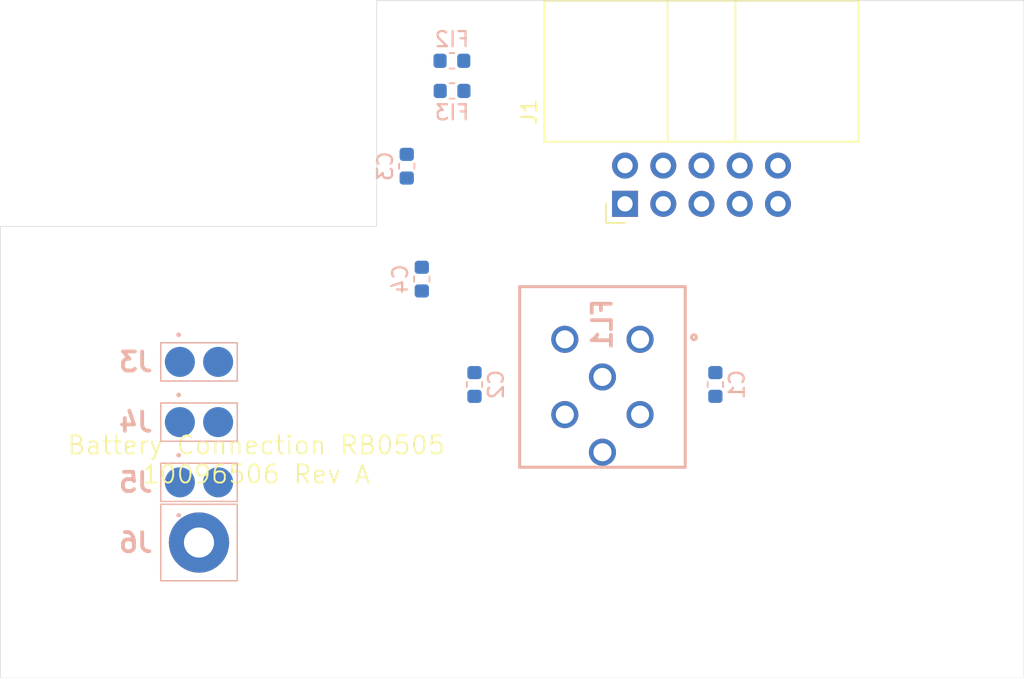
<source format=kicad_pcb>
(kicad_pcb (version 20171130) (host pcbnew "(5.1.5)-3")

  (general
    (thickness 1.6002)
    (drawings 7)
    (tracks 0)
    (zones 0)
    (modules 12)
    (nets 9)
  )

  (page USLetter)
  (title_block
    (rev 1)
  )

  (layers
    (0 Front signal)
    (1 In1.Cu signal)
    (2 In2.Cu signal)
    (31 Back signal)
    (34 B.Paste user hide)
    (35 F.Paste user hide)
    (36 B.SilkS user)
    (37 F.SilkS user)
    (38 B.Mask user)
    (39 F.Mask user)
    (44 Edge.Cuts user)
    (45 Margin user)
    (46 B.CrtYd user hide)
    (47 F.CrtYd user hide)
    (49 F.Fab user hide)
  )

  (setup
    (last_trace_width 0.254)
    (user_trace_width 0.127)
    (user_trace_width 0.254)
    (user_trace_width 0.508)
    (user_trace_width 0.762)
    (trace_clearance 0.1524)
    (zone_clearance 0.508)
    (zone_45_only no)
    (trace_min 0.127)
    (via_size 0.6858)
    (via_drill 0.3302)
    (via_min_size 0.4572)
    (via_min_drill 0.254)
    (user_via 0.6858 0.3302)
    (user_via 0.889 0.381)
    (uvia_size 0.6858)
    (uvia_drill 0.3302)
    (uvias_allowed no)
    (uvia_min_size 0)
    (uvia_min_drill 0)
    (edge_width 0.0381)
    (segment_width 0.254)
    (pcb_text_width 0.3048)
    (pcb_text_size 1.524 1.524)
    (mod_edge_width 0.127)
    (mod_text_size 0.762 0.762)
    (mod_text_width 0.127)
    (pad_size 2 2)
    (pad_drill 1)
    (pad_to_mask_clearance 0)
    (solder_mask_min_width 0.1016)
    (aux_axis_origin 95.5 124)
    (grid_origin 95.5 124)
    (visible_elements 7FFFFFFF)
    (pcbplotparams
      (layerselection 0x010fc_ffffffff)
      (usegerberextensions false)
      (usegerberattributes false)
      (usegerberadvancedattributes false)
      (creategerberjobfile false)
      (excludeedgelayer true)
      (linewidth 0.152400)
      (plotframeref false)
      (viasonmask false)
      (mode 1)
      (useauxorigin false)
      (hpglpennumber 1)
      (hpglpenspeed 20)
      (hpglpendiameter 15.000000)
      (psnegative false)
      (psa4output false)
      (plotreference true)
      (plotvalue false)
      (plotinvisibletext false)
      (padsonsilk false)
      (subtractmaskfromsilk true)
      (outputformat 1)
      (mirror false)
      (drillshape 0)
      (scaleselection 1)
      (outputdirectory "./gerbers"))
  )

  (net 0 "")
  (net 1 "Net-(C1-Pad2)")
  (net 2 "Net-(C1-Pad1)")
  (net 3 "Net-(C2-Pad2)")
  (net 4 "Net-(C2-Pad1)")
  (net 5 "Net-(C3-Pad1)")
  (net 6 "Net-(C4-Pad1)")
  (net 7 "Net-(FI2-Pad1)")
  (net 8 "Net-(FI3-Pad2)")

  (net_class Default "This is the default net class."
    (clearance 0.1524)
    (trace_width 0.254)
    (via_dia 0.6858)
    (via_drill 0.3302)
    (uvia_dia 0.6858)
    (uvia_drill 0.3302)
    (diff_pair_width 0.1524)
    (diff_pair_gap 0.254)
    (add_net "Net-(C1-Pad1)")
    (add_net "Net-(C1-Pad2)")
    (add_net "Net-(C2-Pad1)")
    (add_net "Net-(C2-Pad2)")
    (add_net "Net-(C3-Pad1)")
    (add_net "Net-(C4-Pad1)")
    (add_net "Net-(FI2-Pad1)")
    (add_net "Net-(FI3-Pad2)")
  )

  (module myParts:GKS-913-Z (layer Back) (tedit 5E880F7F) (tstamp 5E87E151)
    (at 108.7 115)
    (descr 811-S1-002-30-014101-2)
    (tags Connector)
    (path /5E88807B)
    (attr smd)
    (fp_text reference J6 (at -4.2 0) (layer B.SilkS)
      (effects (font (size 1.27 1.27) (thickness 0.254)) (justify mirror))
    )
    (fp_text value GND (at 0 -0.29) (layer B.SilkS) hide
      (effects (font (size 1.27 1.27) (thickness 0.254)) (justify mirror))
    )
    (fp_arc (start -1.35 -1.8) (end -1.4 -1.8) (angle 180) (layer B.SilkS) (width 0.2))
    (fp_arc (start -1.35 -1.8) (end -1.4 -1.8) (angle 180) (layer B.SilkS) (width 0.2))
    (fp_line (start -1.4 -1.8) (end -1.4 -1.8) (layer B.SilkS) (width 0.2))
    (fp_line (start -1.3 -1.8) (end -1.3 -1.8) (layer B.SilkS) (width 0.2))
    (fp_line (start -1.4 -1.8) (end -1.4 -1.8) (layer B.SilkS) (width 0.2))
    (fp_line (start -2.54 -2.54) (end -2.54 2.54) (layer B.SilkS) (width 0.1))
    (fp_line (start 2.54 -2.54) (end -2.54 -2.54) (layer B.SilkS) (width 0.1))
    (fp_line (start 2.54 2.54) (end 2.54 -2.54) (layer B.SilkS) (width 0.1))
    (fp_line (start -2.54 2.54) (end 2.54 2.54) (layer B.SilkS) (width 0.1))
    (fp_line (start 0 -1.27) (end 0 1.27) (layer B.Fab) (width 0.2))
    (fp_text user %R (at 0 -0.29) (layer B.Fab)
      (effects (font (size 1.27 1.27) (thickness 0.254)) (justify mirror))
    )
    (pad 1 thru_hole circle (at 0 0 270) (size 4 4) (drill 2) (layers *.Cu *.Mask)
      (net 3 "Net-(C2-Pad2)"))
    (model ${KIPRJMOD}/myParts/myparts.3dshapes/GKS-913-Z.step
      (offset (xyz 0 0 -5))
      (scale (xyz 1 1 1))
      (rotate (xyz 0 0 0))
    )
  )

  (module myParts:811S100230014101 (layer Back) (tedit 5E881DBD) (tstamp 5E87E187)
    (at 108.7 103)
    (descr 811-S1-002-30-014101-2)
    (tags Connector)
    (path /5E873E31)
    (attr smd)
    (fp_text reference J3 (at -4.2 0) (layer B.SilkS)
      (effects (font (size 1.27 1.27) (thickness 0.254)) (justify mirror))
    )
    (fp_text value + (at 3.5 0) (layer B.SilkS) hide
      (effects (font (size 1.27 1.27) (thickness 0.254)) (justify mirror))
    )
    (fp_arc (start -1.35 -1.8) (end -1.4 -1.8) (angle 180) (layer B.SilkS) (width 0.2))
    (fp_arc (start -1.35 -1.8) (end -1.3 -1.8) (angle 180) (layer B.SilkS) (width 0.2))
    (fp_arc (start -1.35 -1.8) (end -1.4 -1.8) (angle 180) (layer B.SilkS) (width 0.2))
    (fp_line (start -1.4 -1.8) (end -1.4 -1.8) (layer B.SilkS) (width 0.2))
    (fp_line (start -1.3 -1.8) (end -1.3 -1.8) (layer B.SilkS) (width 0.2))
    (fp_line (start -1.4 -1.8) (end -1.4 -1.8) (layer B.SilkS) (width 0.2))
    (fp_line (start -3.54 -2.85) (end -3.54 2.27) (layer B.CrtYd) (width 0.1))
    (fp_line (start 3.54 -2.85) (end -3.54 -2.85) (layer B.CrtYd) (width 0.1))
    (fp_line (start 3.54 2.27) (end 3.54 -2.85) (layer B.CrtYd) (width 0.1))
    (fp_line (start -3.54 2.27) (end 3.54 2.27) (layer B.CrtYd) (width 0.1))
    (fp_line (start -2.54 -1.27) (end -2.54 1.27) (layer B.SilkS) (width 0.1))
    (fp_line (start 2.54 -1.27) (end -2.54 -1.27) (layer B.SilkS) (width 0.1))
    (fp_line (start 2.54 1.27) (end 2.54 -1.27) (layer B.SilkS) (width 0.1))
    (fp_line (start -2.54 1.27) (end 2.54 1.27) (layer B.SilkS) (width 0.1))
    (fp_line (start -2.54 1.27) (end -2.54 -1.27) (layer B.Fab) (width 0.2))
    (fp_line (start 2.54 1.27) (end -2.54 1.27) (layer B.Fab) (width 0.2))
    (fp_line (start 2.54 -1.27) (end 2.54 1.27) (layer B.Fab) (width 0.2))
    (fp_line (start -2.54 -1.27) (end 2.54 -1.27) (layer B.Fab) (width 0.2))
    (fp_text user %R (at 0 -0.29) (layer B.Fab)
      (effects (font (size 1.27 1.27) (thickness 0.254)) (justify mirror))
    )
    (pad 2 smd circle (at 1.27 0 270) (size 2 2) (layers Back B.Paste B.Mask)
      (net 4 "Net-(C2-Pad1)"))
    (pad 1 smd circle (at -1.27 0 270) (size 2 2) (layers Back B.Paste B.Mask)
      (net 4 "Net-(C2-Pad1)"))
    (model ${KIPRJMOD}/myParts/myparts.3dshapes/811-S1-NNN.step
      (at (xyz 0 0 0))
      (scale (xyz 1 1 1))
      (rotate (xyz 0 0 0))
    )
  )

  (module myParts:BNX002-01 (layer Back) (tedit 0) (tstamp 5E87A9CC)
    (at 135.5 104 270)
    (descr BNX002-01)
    (tags Filter)
    (path /5E8913D9)
    (fp_text reference FL1 (at -3.5 0.0126 270) (layer B.SilkS)
      (effects (font (size 1.27 1.27) (thickness 0.254)) (justify mirror))
    )
    (fp_text value BNX002-01 (at -0.30362 0.0126 270) (layer B.SilkS) hide
      (effects (font (size 1.27 1.27) (thickness 0.254)) (justify mirror))
    )
    (fp_circle (center -2.64 -6.079) (end -2.64 -6.14123) (layer B.SilkS) (width 0.2))
    (fp_line (start 6 -5.5) (end -6 -5.5) (layer B.SilkS) (width 0.2))
    (fp_line (start 6 5.5) (end 6 -5.5) (layer B.SilkS) (width 0.2))
    (fp_line (start -6 5.5) (end 6 5.5) (layer B.SilkS) (width 0.2))
    (fp_line (start -6 -5.5) (end -6 5.5) (layer B.SilkS) (width 0.2))
    (fp_line (start -6 -5.5) (end -6 5.5) (layer B.Fab) (width 0.2))
    (fp_line (start 6 -5.5) (end -6 -5.5) (layer B.Fab) (width 0.2))
    (fp_line (start 6 5.5) (end 6 -5.5) (layer B.Fab) (width 0.2))
    (fp_line (start -6 5.5) (end 6 5.5) (layer B.Fab) (width 0.2))
    (fp_text user %R (at -0.30362 0.0126 270) (layer B.Fab)
      (effects (font (size 1.27 1.27) (thickness 0.254)) (justify mirror))
    )
    (pad 6 thru_hole circle (at 5 0 270) (size 1.8 1.8) (drill 1.2) (layers *.Cu *.Mask)
      (net 3 "Net-(C2-Pad2)"))
    (pad 5 thru_hole circle (at 2.5 2.5 270) (size 1.8 1.8) (drill 1.2) (layers *.Cu *.Mask)
      (net 2 "Net-(C1-Pad1)"))
    (pad 4 thru_hole circle (at 2.5 -2.5 270) (size 1.8 1.8) (drill 1.2) (layers *.Cu *.Mask)
      (net 4 "Net-(C2-Pad1)"))
    (pad 3 thru_hole circle (at 0 0 270) (size 1.8 1.8) (drill 1.2) (layers *.Cu *.Mask)
      (net 3 "Net-(C2-Pad2)"))
    (pad 2 thru_hole circle (at -2.5 2.5 270) (size 1.8 1.8) (drill 1.2) (layers *.Cu *.Mask)
      (net 1 "Net-(C1-Pad2)"))
    (pad 1 thru_hole circle (at -2.5 -2.5 270) (size 1.8 1.8) (drill 1.2) (layers *.Cu *.Mask)
      (net 3 "Net-(C2-Pad2)"))
  )

  (module myParts:811S100230014101 (layer Back) (tedit 5E881DBD) (tstamp 5E87E1CF)
    (at 108.7 111)
    (descr 811-S1-002-30-014101-2)
    (tags Connector)
    (path /5E8785F1)
    (attr smd)
    (fp_text reference J5 (at -4.2 0) (layer B.SilkS)
      (effects (font (size 1.27 1.27) (thickness 0.254)) (justify mirror))
    )
    (fp_text value T (at 3.8 0) (layer B.SilkS) hide
      (effects (font (size 1.27 1.27) (thickness 0.254)) (justify mirror))
    )
    (fp_arc (start -1.35 -1.8) (end -1.4 -1.8) (angle 180) (layer B.SilkS) (width 0.2))
    (fp_arc (start -1.35 -1.8) (end -1.3 -1.8) (angle 180) (layer B.SilkS) (width 0.2))
    (fp_arc (start -1.35 -1.8) (end -1.4 -1.8) (angle 180) (layer B.SilkS) (width 0.2))
    (fp_line (start -1.4 -1.8) (end -1.4 -1.8) (layer B.SilkS) (width 0.2))
    (fp_line (start -1.3 -1.8) (end -1.3 -1.8) (layer B.SilkS) (width 0.2))
    (fp_line (start -1.4 -1.8) (end -1.4 -1.8) (layer B.SilkS) (width 0.2))
    (fp_line (start -3.54 -2.85) (end -3.54 2.27) (layer B.CrtYd) (width 0.1))
    (fp_line (start 3.54 -2.85) (end -3.54 -2.85) (layer B.CrtYd) (width 0.1))
    (fp_line (start 3.54 2.27) (end 3.54 -2.85) (layer B.CrtYd) (width 0.1))
    (fp_line (start -3.54 2.27) (end 3.54 2.27) (layer B.CrtYd) (width 0.1))
    (fp_line (start -2.54 -1.27) (end -2.54 1.27) (layer B.SilkS) (width 0.1))
    (fp_line (start 2.54 -1.27) (end -2.54 -1.27) (layer B.SilkS) (width 0.1))
    (fp_line (start 2.54 1.27) (end 2.54 -1.27) (layer B.SilkS) (width 0.1))
    (fp_line (start -2.54 1.27) (end 2.54 1.27) (layer B.SilkS) (width 0.1))
    (fp_line (start -2.54 1.27) (end -2.54 -1.27) (layer B.Fab) (width 0.2))
    (fp_line (start 2.54 1.27) (end -2.54 1.27) (layer B.Fab) (width 0.2))
    (fp_line (start 2.54 -1.27) (end 2.54 1.27) (layer B.Fab) (width 0.2))
    (fp_line (start -2.54 -1.27) (end 2.54 -1.27) (layer B.Fab) (width 0.2))
    (fp_text user %R (at 0 -0.29) (layer B.Fab)
      (effects (font (size 1.27 1.27) (thickness 0.254)) (justify mirror))
    )
    (pad 2 smd circle (at 1.27 0 270) (size 2 2) (layers Back B.Paste B.Mask)
      (net 6 "Net-(C4-Pad1)"))
    (pad 1 smd circle (at -1.27 0 270) (size 2 2) (layers Back B.Paste B.Mask)
      (net 6 "Net-(C4-Pad1)"))
    (model ${KIPRJMOD}/myParts/myparts.3dshapes/811-S1-NNN.step
      (at (xyz 0 0 0))
      (scale (xyz 1 1 1))
      (rotate (xyz 0 0 0))
    )
  )

  (module myParts:811S100230014101 (layer Back) (tedit 5E881DBD) (tstamp 5E87E43B)
    (at 108.7 107)
    (descr 811-S1-002-30-014101-2)
    (tags Connector)
    (path /5E8778EF)
    (attr smd)
    (fp_text reference J4 (at -4.2 0) (layer B.SilkS)
      (effects (font (size 1.27 1.27) (thickness 0.254)) (justify mirror))
    )
    (fp_text value BAT_EEPROM (at 7.8 0) (layer B.SilkS) hide
      (effects (font (size 1.27 1) (thickness 0.25)) (justify mirror))
    )
    (fp_arc (start -1.35 -1.8) (end -1.4 -1.8) (angle 180) (layer B.SilkS) (width 0.2))
    (fp_arc (start -1.35 -1.8) (end -1.3 -1.8) (angle 180) (layer B.SilkS) (width 0.2))
    (fp_arc (start -1.35 -1.8) (end -1.4 -1.8) (angle 180) (layer B.SilkS) (width 0.2))
    (fp_line (start -1.4 -1.8) (end -1.4 -1.8) (layer B.SilkS) (width 0.2))
    (fp_line (start -1.3 -1.8) (end -1.3 -1.8) (layer B.SilkS) (width 0.2))
    (fp_line (start -1.4 -1.8) (end -1.4 -1.8) (layer B.SilkS) (width 0.2))
    (fp_line (start -3.54 -2.85) (end -3.54 2.27) (layer B.CrtYd) (width 0.1))
    (fp_line (start 3.54 -2.85) (end -3.54 -2.85) (layer B.CrtYd) (width 0.1))
    (fp_line (start 3.54 2.27) (end 3.54 -2.85) (layer B.CrtYd) (width 0.1))
    (fp_line (start -3.54 2.27) (end 3.54 2.27) (layer B.CrtYd) (width 0.1))
    (fp_line (start -2.54 -1.27) (end -2.54 1.27) (layer B.SilkS) (width 0.1))
    (fp_line (start 2.54 -1.27) (end -2.54 -1.27) (layer B.SilkS) (width 0.1))
    (fp_line (start 2.54 1.27) (end 2.54 -1.27) (layer B.SilkS) (width 0.1))
    (fp_line (start -2.54 1.27) (end 2.54 1.27) (layer B.SilkS) (width 0.1))
    (fp_line (start -2.54 1.27) (end -2.54 -1.27) (layer B.Fab) (width 0.2))
    (fp_line (start 2.54 1.27) (end -2.54 1.27) (layer B.Fab) (width 0.2))
    (fp_line (start 2.54 -1.27) (end 2.54 1.27) (layer B.Fab) (width 0.2))
    (fp_line (start -2.54 -1.27) (end 2.54 -1.27) (layer B.Fab) (width 0.2))
    (fp_text user %R (at 0 -0.29) (layer B.Fab)
      (effects (font (size 1.27 1.27) (thickness 0.254)) (justify mirror))
    )
    (pad 2 smd circle (at 1.27 0 270) (size 2 2) (layers Back B.Paste B.Mask)
      (net 5 "Net-(C3-Pad1)"))
    (pad 1 smd circle (at -1.27 0 270) (size 2 2) (layers Back B.Paste B.Mask)
      (net 5 "Net-(C3-Pad1)"))
    (model ${KIPRJMOD}/myParts/myparts.3dshapes/811-S1-NNN.step
      (at (xyz 0 0 0))
      (scale (xyz 1 1 1))
      (rotate (xyz 0 0 0))
    )
  )

  (module Connector_IDC:IDC-Header_2x05_P2.54mm_Horizontal (layer Front) (tedit 59DE1F47) (tstamp 5E86E475)
    (at 137 92.5 90)
    (descr "Through hole angled IDC box header, 2x05, 2.54mm pitch, double rows")
    (tags "Through hole IDC box header THT 2x05 2.54mm double row")
    (path /5E873E41)
    (fp_text reference J1 (at 6.105 -6.35 90) (layer F.SilkS)
      (effects (font (size 1 1) (thickness 0.15)))
    )
    (fp_text value Conn_02x05_Odd_Even (at 6.105 16.51 90) (layer F.Fab)
      (effects (font (size 1 1) (thickness 0.15)))
    )
    (fp_line (start 13.48 15.51) (end -1.12 15.51) (layer F.CrtYd) (width 0.05))
    (fp_line (start 13.48 -5.35) (end 13.48 15.51) (layer F.CrtYd) (width 0.05))
    (fp_line (start -1.12 15.51) (end -1.12 -5.35) (layer F.CrtYd) (width 0.05))
    (fp_line (start -1.12 -5.35) (end 13.48 -5.35) (layer F.CrtYd) (width 0.05))
    (fp_line (start 4.13 7.33) (end 13.48 7.33) (layer F.SilkS) (width 0.12))
    (fp_line (start 4.13 2.83) (end 13.48 2.83) (layer F.SilkS) (width 0.12))
    (fp_line (start 4.13 15.51) (end 4.13 -5.35) (layer F.SilkS) (width 0.12))
    (fp_line (start 4.13 15.51) (end 13.48 15.51) (layer F.SilkS) (width 0.12))
    (fp_line (start 4.13 -5.35) (end 13.48 -5.35) (layer F.SilkS) (width 0.12))
    (fp_line (start 13.48 -5.35) (end 13.48 15.51) (layer F.SilkS) (width 0.12))
    (fp_line (start 0 -1.27) (end -1.27 -1.27) (layer F.SilkS) (width 0.12))
    (fp_line (start -1.27 -1.27) (end -1.27 0) (layer F.SilkS) (width 0.12))
    (fp_line (start 5.38 -5.1) (end 13.23 -5.1) (layer F.Fab) (width 0.1))
    (fp_line (start 4.38 9.84) (end -0.32 9.84) (layer F.Fab) (width 0.1))
    (fp_line (start 4.38 7.33) (end 13.23 7.33) (layer F.Fab) (width 0.1))
    (fp_line (start 4.38 7.3) (end -0.32 7.3) (layer F.Fab) (width 0.1))
    (fp_line (start 4.38 4.76) (end -0.32 4.76) (layer F.Fab) (width 0.1))
    (fp_line (start 4.38 2.83) (end 13.23 2.83) (layer F.Fab) (width 0.1))
    (fp_line (start 4.38 2.22) (end -0.32 2.22) (layer F.Fab) (width 0.1))
    (fp_line (start 4.38 15.26) (end 4.38 -4.1) (layer F.Fab) (width 0.1))
    (fp_line (start 4.38 15.26) (end 13.23 15.26) (layer F.Fab) (width 0.1))
    (fp_line (start 4.38 -4.1) (end 5.38 -5.1) (layer F.Fab) (width 0.1))
    (fp_line (start 4.38 -0.32) (end -0.32 -0.32) (layer F.Fab) (width 0.1))
    (fp_line (start 13.23 15.26) (end 13.23 -5.1) (layer F.Fab) (width 0.1))
    (fp_line (start -0.32 9.84) (end -0.32 10.48) (layer F.Fab) (width 0.1))
    (fp_line (start -0.32 7.94) (end 4.38 7.94) (layer F.Fab) (width 0.1))
    (fp_line (start -0.32 7.3) (end -0.32 7.94) (layer F.Fab) (width 0.1))
    (fp_line (start -0.32 5.4) (end 4.38 5.4) (layer F.Fab) (width 0.1))
    (fp_line (start -0.32 4.76) (end -0.32 5.4) (layer F.Fab) (width 0.1))
    (fp_line (start -0.32 2.86) (end 4.38 2.86) (layer F.Fab) (width 0.1))
    (fp_line (start -0.32 2.22) (end -0.32 2.86) (layer F.Fab) (width 0.1))
    (fp_line (start -0.32 10.48) (end 4.38 10.48) (layer F.Fab) (width 0.1))
    (fp_line (start -0.32 0.32) (end 4.38 0.32) (layer F.Fab) (width 0.1))
    (fp_line (start -0.32 -0.32) (end -0.32 0.32) (layer F.Fab) (width 0.1))
    (fp_text user %R (at 8.805 5.08) (layer F.Fab)
      (effects (font (size 1 1) (thickness 0.15)))
    )
    (pad 10 thru_hole oval (at 2.54 10.16 90) (size 1.7272 1.7272) (drill 1.016) (layers *.Cu *.Mask)
      (net 2 "Net-(C1-Pad1)"))
    (pad 9 thru_hole oval (at 0 10.16 90) (size 1.7272 1.7272) (drill 1.016) (layers *.Cu *.Mask)
      (net 2 "Net-(C1-Pad1)"))
    (pad 8 thru_hole oval (at 2.54 7.62 90) (size 1.7272 1.7272) (drill 1.016) (layers *.Cu *.Mask)
      (net 2 "Net-(C1-Pad1)"))
    (pad 7 thru_hole oval (at 0 7.62 90) (size 1.7272 1.7272) (drill 1.016) (layers *.Cu *.Mask)
      (net 2 "Net-(C1-Pad1)"))
    (pad 6 thru_hole oval (at 2.54 5.08 90) (size 1.7272 1.7272) (drill 1.016) (layers *.Cu *.Mask)
      (net 7 "Net-(FI2-Pad1)"))
    (pad 5 thru_hole oval (at 0 5.08 90) (size 1.7272 1.7272) (drill 1.016) (layers *.Cu *.Mask)
      (net 8 "Net-(FI3-Pad2)"))
    (pad 4 thru_hole oval (at 2.54 2.54 90) (size 1.7272 1.7272) (drill 1.016) (layers *.Cu *.Mask)
      (net 1 "Net-(C1-Pad2)"))
    (pad 3 thru_hole oval (at 0 2.54 90) (size 1.7272 1.7272) (drill 1.016) (layers *.Cu *.Mask)
      (net 1 "Net-(C1-Pad2)"))
    (pad 2 thru_hole oval (at 2.54 0 90) (size 1.7272 1.7272) (drill 1.016) (layers *.Cu *.Mask)
      (net 1 "Net-(C1-Pad2)"))
    (pad 1 thru_hole rect (at 0 0 90) (size 1.7272 1.7272) (drill 1.016) (layers *.Cu *.Mask)
      (net 1 "Net-(C1-Pad2)"))
    (model ${KISYS3DMOD}/Connector_IDC.3dshapes/IDC-Header_2x05_P2.54mm_Horizontal.wrl
      (at (xyz 0 0 0))
      (scale (xyz 1 1 1))
      (rotate (xyz 0 0 0))
    )
  )

  (module Resistor_SMD:R_0603_1608Metric (layer Back) (tedit 5B301BBD) (tstamp 5E86E444)
    (at 125.51 85)
    (descr "Resistor SMD 0603 (1608 Metric), square (rectangular) end terminal, IPC_7351 nominal, (Body size source: http://www.tortai-tech.com/upload/download/2011102023233369053.pdf), generated with kicad-footprint-generator")
    (tags resistor)
    (path /5E86D3B5)
    (attr smd)
    (fp_text reference FI3 (at 0 1.43) (layer B.SilkS)
      (effects (font (size 1 1) (thickness 0.15)) (justify mirror))
    )
    (fp_text value "Ferrite bead" (at 0 -1.43) (layer B.Fab)
      (effects (font (size 1 1) (thickness 0.15)) (justify mirror))
    )
    (fp_text user %R (at 0 0) (layer B.Fab) hide
      (effects (font (size 0.4 0.4) (thickness 0.06)) (justify mirror))
    )
    (fp_line (start 1.48 -0.73) (end -1.48 -0.73) (layer B.CrtYd) (width 0.05))
    (fp_line (start 1.48 0.73) (end 1.48 -0.73) (layer B.CrtYd) (width 0.05))
    (fp_line (start -1.48 0.73) (end 1.48 0.73) (layer B.CrtYd) (width 0.05))
    (fp_line (start -1.48 -0.73) (end -1.48 0.73) (layer B.CrtYd) (width 0.05))
    (fp_line (start -0.162779 -0.51) (end 0.162779 -0.51) (layer B.SilkS) (width 0.12))
    (fp_line (start -0.162779 0.51) (end 0.162779 0.51) (layer B.SilkS) (width 0.12))
    (fp_line (start 0.8 -0.4) (end -0.8 -0.4) (layer B.Fab) (width 0.1))
    (fp_line (start 0.8 0.4) (end 0.8 -0.4) (layer B.Fab) (width 0.1))
    (fp_line (start -0.8 0.4) (end 0.8 0.4) (layer B.Fab) (width 0.1))
    (fp_line (start -0.8 -0.4) (end -0.8 0.4) (layer B.Fab) (width 0.1))
    (pad 2 smd roundrect (at 0.7875 0) (size 0.875 0.95) (layers Back B.Paste B.Mask) (roundrect_rratio 0.25)
      (net 8 "Net-(FI3-Pad2)"))
    (pad 1 smd roundrect (at -0.7875 0) (size 0.875 0.95) (layers Back B.Paste B.Mask) (roundrect_rratio 0.25)
      (net 6 "Net-(C4-Pad1)"))
    (model ${KISYS3DMOD}/Resistor_SMD.3dshapes/R_0603_1608Metric.wrl
      (at (xyz 0 0 0))
      (scale (xyz 1 1 1))
      (rotate (xyz 0 0 0))
    )
  )

  (module Resistor_SMD:R_0603_1608Metric (layer Back) (tedit 5B301BBD) (tstamp 5E86E433)
    (at 125.5 83 180)
    (descr "Resistor SMD 0603 (1608 Metric), square (rectangular) end terminal, IPC_7351 nominal, (Body size source: http://www.tortai-tech.com/upload/download/2011102023233369053.pdf), generated with kicad-footprint-generator")
    (tags resistor)
    (path /5E86CF8E)
    (attr smd)
    (fp_text reference FI2 (at 0 1.43) (layer B.SilkS)
      (effects (font (size 1 1) (thickness 0.15)) (justify mirror))
    )
    (fp_text value "Ferrite bead" (at 0 -1.43) (layer B.Fab)
      (effects (font (size 1 1) (thickness 0.15)) (justify mirror))
    )
    (fp_text user %R (at 0 0) (layer B.Fab) hide
      (effects (font (size 0.4 0.4) (thickness 0.06)) (justify mirror))
    )
    (fp_line (start 1.48 -0.73) (end -1.48 -0.73) (layer B.CrtYd) (width 0.05))
    (fp_line (start 1.48 0.73) (end 1.48 -0.73) (layer B.CrtYd) (width 0.05))
    (fp_line (start -1.48 0.73) (end 1.48 0.73) (layer B.CrtYd) (width 0.05))
    (fp_line (start -1.48 -0.73) (end -1.48 0.73) (layer B.CrtYd) (width 0.05))
    (fp_line (start -0.162779 -0.51) (end 0.162779 -0.51) (layer B.SilkS) (width 0.12))
    (fp_line (start -0.162779 0.51) (end 0.162779 0.51) (layer B.SilkS) (width 0.12))
    (fp_line (start 0.8 -0.4) (end -0.8 -0.4) (layer B.Fab) (width 0.1))
    (fp_line (start 0.8 0.4) (end 0.8 -0.4) (layer B.Fab) (width 0.1))
    (fp_line (start -0.8 0.4) (end 0.8 0.4) (layer B.Fab) (width 0.1))
    (fp_line (start -0.8 -0.4) (end -0.8 0.4) (layer B.Fab) (width 0.1))
    (pad 2 smd roundrect (at 0.7875 0 180) (size 0.875 0.95) (layers Back B.Paste B.Mask) (roundrect_rratio 0.25)
      (net 5 "Net-(C3-Pad1)"))
    (pad 1 smd roundrect (at -0.7875 0 180) (size 0.875 0.95) (layers Back B.Paste B.Mask) (roundrect_rratio 0.25)
      (net 7 "Net-(FI2-Pad1)"))
    (model ${KISYS3DMOD}/Resistor_SMD.3dshapes/R_0603_1608Metric.wrl
      (at (xyz 0 0 0))
      (scale (xyz 1 1 1))
      (rotate (xyz 0 0 0))
    )
  )

  (module Capacitor_SMD:C_0603_1608Metric (layer Back) (tedit 5B301BBE) (tstamp 5E86E405)
    (at 123.5 97.5 270)
    (descr "Capacitor SMD 0603 (1608 Metric), square (rectangular) end terminal, IPC_7351 nominal, (Body size source: http://www.tortai-tech.com/upload/download/2011102023233369053.pdf), generated with kicad-footprint-generator")
    (tags capacitor)
    (path /5E86F08E)
    (attr smd)
    (fp_text reference C4 (at 0 1.43 270) (layer B.SilkS)
      (effects (font (size 1 1) (thickness 0.15)) (justify mirror))
    )
    (fp_text value 47pF (at 0 -1.43 270) (layer B.Fab)
      (effects (font (size 1 1) (thickness 0.15)) (justify mirror))
    )
    (fp_text user %R (at 0 0 270) (layer B.Fab) hide
      (effects (font (size 0.4 0.4) (thickness 0.06)) (justify mirror))
    )
    (fp_line (start 1.48 -0.73) (end -1.48 -0.73) (layer B.CrtYd) (width 0.05))
    (fp_line (start 1.48 0.73) (end 1.48 -0.73) (layer B.CrtYd) (width 0.05))
    (fp_line (start -1.48 0.73) (end 1.48 0.73) (layer B.CrtYd) (width 0.05))
    (fp_line (start -1.48 -0.73) (end -1.48 0.73) (layer B.CrtYd) (width 0.05))
    (fp_line (start -0.162779 -0.51) (end 0.162779 -0.51) (layer B.SilkS) (width 0.12))
    (fp_line (start -0.162779 0.51) (end 0.162779 0.51) (layer B.SilkS) (width 0.12))
    (fp_line (start 0.8 -0.4) (end -0.8 -0.4) (layer B.Fab) (width 0.1))
    (fp_line (start 0.8 0.4) (end 0.8 -0.4) (layer B.Fab) (width 0.1))
    (fp_line (start -0.8 0.4) (end 0.8 0.4) (layer B.Fab) (width 0.1))
    (fp_line (start -0.8 -0.4) (end -0.8 0.4) (layer B.Fab) (width 0.1))
    (pad 2 smd roundrect (at 0.7875 0 270) (size 0.875 0.95) (layers Back B.Paste B.Mask) (roundrect_rratio 0.25)
      (net 3 "Net-(C2-Pad2)"))
    (pad 1 smd roundrect (at -0.7875 0 270) (size 0.875 0.95) (layers Back B.Paste B.Mask) (roundrect_rratio 0.25)
      (net 6 "Net-(C4-Pad1)"))
    (model ${KISYS3DMOD}/Capacitor_SMD.3dshapes/C_0603_1608Metric.wrl
      (at (xyz 0 0 0))
      (scale (xyz 1 1 1))
      (rotate (xyz 0 0 0))
    )
  )

  (module Capacitor_SMD:C_0603_1608Metric (layer Back) (tedit 5B301BBE) (tstamp 5E86E3F4)
    (at 122.5 90 270)
    (descr "Capacitor SMD 0603 (1608 Metric), square (rectangular) end terminal, IPC_7351 nominal, (Body size source: http://www.tortai-tech.com/upload/download/2011102023233369053.pdf), generated with kicad-footprint-generator")
    (tags capacitor)
    (path /5E86E8DC)
    (attr smd)
    (fp_text reference C3 (at 0 1.43 270) (layer B.SilkS)
      (effects (font (size 1 1) (thickness 0.15)) (justify mirror))
    )
    (fp_text value 47pF (at 0 -1.43 270) (layer B.Fab)
      (effects (font (size 1 1) (thickness 0.15)) (justify mirror))
    )
    (fp_text user %R (at 0 0 270) (layer B.Fab) hide
      (effects (font (size 0.4 0.4) (thickness 0.06)) (justify mirror))
    )
    (fp_line (start 1.48 -0.73) (end -1.48 -0.73) (layer B.CrtYd) (width 0.05))
    (fp_line (start 1.48 0.73) (end 1.48 -0.73) (layer B.CrtYd) (width 0.05))
    (fp_line (start -1.48 0.73) (end 1.48 0.73) (layer B.CrtYd) (width 0.05))
    (fp_line (start -1.48 -0.73) (end -1.48 0.73) (layer B.CrtYd) (width 0.05))
    (fp_line (start -0.162779 -0.51) (end 0.162779 -0.51) (layer B.SilkS) (width 0.12))
    (fp_line (start -0.162779 0.51) (end 0.162779 0.51) (layer B.SilkS) (width 0.12))
    (fp_line (start 0.8 -0.4) (end -0.8 -0.4) (layer B.Fab) (width 0.1))
    (fp_line (start 0.8 0.4) (end 0.8 -0.4) (layer B.Fab) (width 0.1))
    (fp_line (start -0.8 0.4) (end 0.8 0.4) (layer B.Fab) (width 0.1))
    (fp_line (start -0.8 -0.4) (end -0.8 0.4) (layer B.Fab) (width 0.1))
    (pad 2 smd roundrect (at 0.7875 0 270) (size 0.875 0.95) (layers Back B.Paste B.Mask) (roundrect_rratio 0.25)
      (net 3 "Net-(C2-Pad2)"))
    (pad 1 smd roundrect (at -0.7875 0 270) (size 0.875 0.95) (layers Back B.Paste B.Mask) (roundrect_rratio 0.25)
      (net 5 "Net-(C3-Pad1)"))
    (model ${KISYS3DMOD}/Capacitor_SMD.3dshapes/C_0603_1608Metric.wrl
      (at (xyz 0 0 0))
      (scale (xyz 1 1 1))
      (rotate (xyz 0 0 0))
    )
  )

  (module Capacitor_SMD:C_0603_1608Metric (layer Back) (tedit 5B301BBE) (tstamp 5E86E3E3)
    (at 127 104.5 90)
    (descr "Capacitor SMD 0603 (1608 Metric), square (rectangular) end terminal, IPC_7351 nominal, (Body size source: http://www.tortai-tech.com/upload/download/2011102023233369053.pdf), generated with kicad-footprint-generator")
    (tags capacitor)
    (path /5E86E548)
    (attr smd)
    (fp_text reference C2 (at 0 1.43 270) (layer B.SilkS)
      (effects (font (size 1 1) (thickness 0.15)) (justify mirror))
    )
    (fp_text value 10nF (at 0 -1.43 270) (layer B.Fab)
      (effects (font (size 1 1) (thickness 0.15)) (justify mirror))
    )
    (fp_text user %R (at 0 0 270) (layer B.Fab) hide
      (effects (font (size 0.4 0.4) (thickness 0.06)) (justify mirror))
    )
    (fp_line (start 1.48 -0.73) (end -1.48 -0.73) (layer B.CrtYd) (width 0.05))
    (fp_line (start 1.48 0.73) (end 1.48 -0.73) (layer B.CrtYd) (width 0.05))
    (fp_line (start -1.48 0.73) (end 1.48 0.73) (layer B.CrtYd) (width 0.05))
    (fp_line (start -1.48 -0.73) (end -1.48 0.73) (layer B.CrtYd) (width 0.05))
    (fp_line (start -0.162779 -0.51) (end 0.162779 -0.51) (layer B.SilkS) (width 0.12))
    (fp_line (start -0.162779 0.51) (end 0.162779 0.51) (layer B.SilkS) (width 0.12))
    (fp_line (start 0.8 -0.4) (end -0.8 -0.4) (layer B.Fab) (width 0.1))
    (fp_line (start 0.8 0.4) (end 0.8 -0.4) (layer B.Fab) (width 0.1))
    (fp_line (start -0.8 0.4) (end 0.8 0.4) (layer B.Fab) (width 0.1))
    (fp_line (start -0.8 -0.4) (end -0.8 0.4) (layer B.Fab) (width 0.1))
    (pad 2 smd roundrect (at 0.7875 0 90) (size 0.875 0.95) (layers Back B.Paste B.Mask) (roundrect_rratio 0.25)
      (net 3 "Net-(C2-Pad2)"))
    (pad 1 smd roundrect (at -0.7875 0 90) (size 0.875 0.95) (layers Back B.Paste B.Mask) (roundrect_rratio 0.25)
      (net 4 "Net-(C2-Pad1)"))
    (model ${KISYS3DMOD}/Capacitor_SMD.3dshapes/C_0603_1608Metric.wrl
      (at (xyz 0 0 0))
      (scale (xyz 1 1 1))
      (rotate (xyz 0 0 0))
    )
  )

  (module Capacitor_SMD:C_0603_1608Metric (layer Back) (tedit 5B301BBE) (tstamp 5E86E836)
    (at 143 104.5 90)
    (descr "Capacitor SMD 0603 (1608 Metric), square (rectangular) end terminal, IPC_7351 nominal, (Body size source: http://www.tortai-tech.com/upload/download/2011102023233369053.pdf), generated with kicad-footprint-generator")
    (tags capacitor)
    (path /5E86DEF7)
    (attr smd)
    (fp_text reference C1 (at 0 1.43 90) (layer B.SilkS)
      (effects (font (size 1 1) (thickness 0.15)) (justify mirror))
    )
    (fp_text value 10nF (at 0 -1.43 90) (layer B.Fab)
      (effects (font (size 1 1) (thickness 0.15)) (justify mirror))
    )
    (fp_text user %R (at 0 0 90) (layer B.Fab) hide
      (effects (font (size 0.4 0.4) (thickness 0.06)) (justify mirror))
    )
    (fp_line (start 1.48 -0.73) (end -1.48 -0.73) (layer B.CrtYd) (width 0.05))
    (fp_line (start 1.48 0.73) (end 1.48 -0.73) (layer B.CrtYd) (width 0.05))
    (fp_line (start -1.48 0.73) (end 1.48 0.73) (layer B.CrtYd) (width 0.05))
    (fp_line (start -1.48 -0.73) (end -1.48 0.73) (layer B.CrtYd) (width 0.05))
    (fp_line (start -0.162779 -0.51) (end 0.162779 -0.51) (layer B.SilkS) (width 0.12))
    (fp_line (start -0.162779 0.51) (end 0.162779 0.51) (layer B.SilkS) (width 0.12))
    (fp_line (start 0.8 -0.4) (end -0.8 -0.4) (layer B.Fab) (width 0.1))
    (fp_line (start 0.8 0.4) (end 0.8 -0.4) (layer B.Fab) (width 0.1))
    (fp_line (start -0.8 0.4) (end 0.8 0.4) (layer B.Fab) (width 0.1))
    (fp_line (start -0.8 -0.4) (end -0.8 0.4) (layer B.Fab) (width 0.1))
    (pad 2 smd roundrect (at 0.7875 0 90) (size 0.875 0.95) (layers Back B.Paste B.Mask) (roundrect_rratio 0.25)
      (net 1 "Net-(C1-Pad2)"))
    (pad 1 smd roundrect (at -0.7875 0 90) (size 0.875 0.95) (layers Back B.Paste B.Mask) (roundrect_rratio 0.25)
      (net 2 "Net-(C1-Pad1)"))
    (model ${KISYS3DMOD}/Capacitor_SMD.3dshapes/C_0603_1608Metric.wrl
      (at (xyz 0 0 0))
      (scale (xyz 1 1 1))
      (rotate (xyz 0 0 0))
    )
  )

  (gr_text "Battery Connection RB0505\n10096506 Rev A" (at 112.5 109.5) (layer F.SilkS)
    (effects (font (size 1.2 1.2) (thickness 0.127)))
  )
  (gr_line (start 120.5 79) (end 163.5 79) (layer Edge.Cuts) (width 0.0381) (tstamp 5E86D5A3))
  (gr_line (start 120.5 94) (end 120.5 79) (layer Edge.Cuts) (width 0.0381))
  (gr_line (start 95.5 94) (end 120.5 94) (layer Edge.Cuts) (width 0.0381))
  (gr_line (start 95.5 124) (end 95.5 94) (layer Edge.Cuts) (width 0.0381))
  (gr_line (start 163.5 124) (end 95.5 124) (layer Edge.Cuts) (width 0.0381))
  (gr_line (start 163.5 79) (end 163.5 124) (layer Edge.Cuts) (width 0.0381))

  (zone (net 0) (net_name "") (layers F&B.Cu) (tstamp 0) (hatch full 0.508)
    (connect_pads (clearance 0.508))
    (min_thickness 0.254)
    (keepout (tracks not_allowed) (vias not_allowed) (copperpour not_allowed))
    (fill (arc_segments 32) (thermal_gap 0.508) (thermal_bridge_width 0.508))
    (polygon
      (pts
        (xy 95.5 124) (xy 99.5 124) (xy 99.5 115.5) (xy 95.5 115.5)
      )
    )
  )
  (zone (net 0) (net_name "") (layers F&B.Cu) (tstamp 0) (hatch full 0.508)
    (connect_pads (clearance 0.508))
    (min_thickness 0.254)
    (keepout (tracks not_allowed) (vias not_allowed) (copperpour not_allowed))
    (fill (arc_segments 32) (thermal_gap 0.508) (thermal_bridge_width 0.508))
    (polygon
      (pts
        (xy 159.5 124) (xy 163.5 124) (xy 163.5 115.5) (xy 159.5 115.5)
      )
    )
  )
  (zone (net 0) (net_name "") (layers F&B.Cu) (tstamp 0) (hatch full 0.508)
    (connect_pads (clearance 0.508))
    (min_thickness 0.254)
    (keepout (tracks not_allowed) (vias not_allowed) (copperpour not_allowed))
    (fill (arc_segments 32) (thermal_gap 0.508) (thermal_bridge_width 0.508))
    (polygon
      (pts
        (xy 102.5 100) (xy 115 100) (xy 115 94) (xy 102.5 94)
      )
    )
  )
)

</source>
